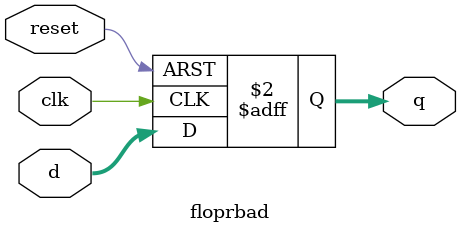
<source format=sv>
module floprbad(input  logic       clk,
             input  logic       reset, 
             input  logic [7:0] d, 
             output logic [7:0] q);

  // asynchronous reset (similar to HDL Example 4.19)
  always_ff @(posedge clk, posedge reset)
     if (reset) q <= 8'b0;
     else       q <= d;
   
endmodule // flopr


</source>
